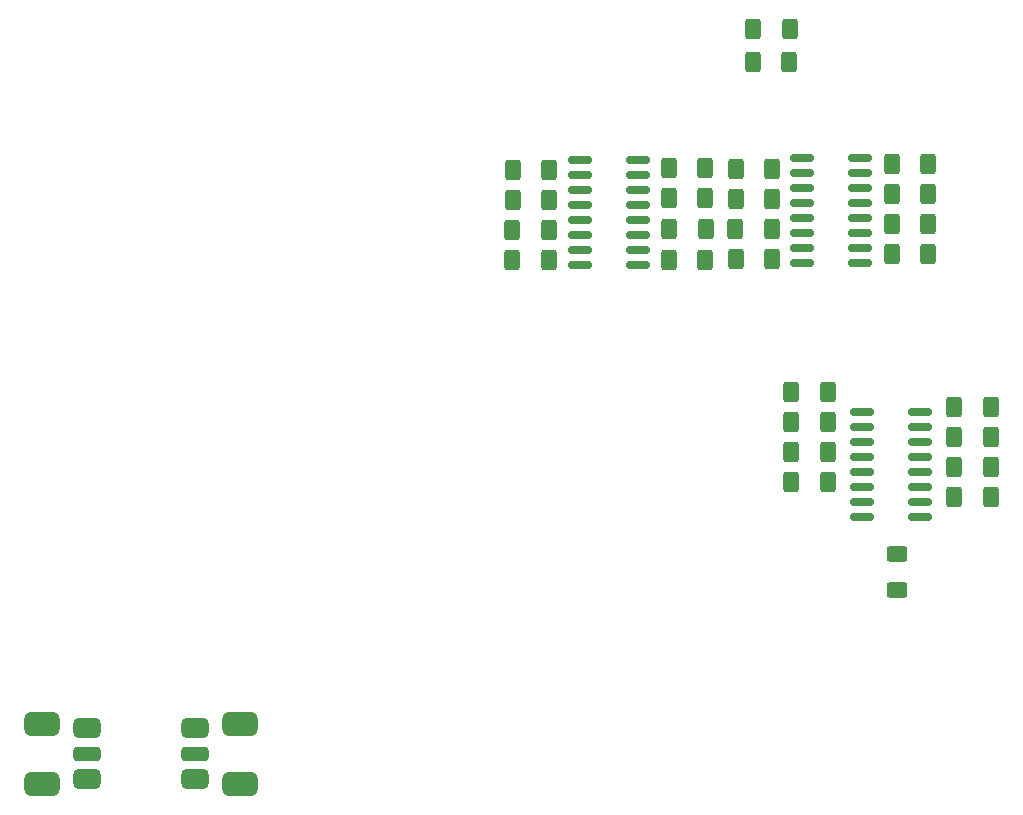
<source format=gtp>
%TF.GenerationSoftware,KiCad,Pcbnew,6.0.11+dfsg-1~bpo11+1*%
%TF.CreationDate,2025-04-08T22:30:35+02:00*%
%TF.ProjectId,v4d2_pico,76346432-5f70-4696-936f-2e6b69636164,rev?*%
%TF.SameCoordinates,Original*%
%TF.FileFunction,Paste,Top*%
%TF.FilePolarity,Positive*%
%FSLAX46Y46*%
G04 Gerber Fmt 4.6, Leading zero omitted, Abs format (unit mm)*
G04 Created by KiCad (PCBNEW 6.0.11+dfsg-1~bpo11+1) date 2025-04-08 22:30:35*
%MOMM*%
%LPD*%
G01*
G04 APERTURE LIST*
G04 Aperture macros list*
%AMRoundRect*
0 Rectangle with rounded corners*
0 $1 Rounding radius*
0 $2 $3 $4 $5 $6 $7 $8 $9 X,Y pos of 4 corners*
0 Add a 4 corners polygon primitive as box body*
4,1,4,$2,$3,$4,$5,$6,$7,$8,$9,$2,$3,0*
0 Add four circle primitives for the rounded corners*
1,1,$1+$1,$2,$3*
1,1,$1+$1,$4,$5*
1,1,$1+$1,$6,$7*
1,1,$1+$1,$8,$9*
0 Add four rect primitives between the rounded corners*
20,1,$1+$1,$2,$3,$4,$5,0*
20,1,$1+$1,$4,$5,$6,$7,0*
20,1,$1+$1,$6,$7,$8,$9,0*
20,1,$1+$1,$8,$9,$2,$3,0*%
G04 Aperture macros list end*
%ADD10RoundRect,0.150000X-0.825000X-0.150000X0.825000X-0.150000X0.825000X0.150000X-0.825000X0.150000X0*%
%ADD11RoundRect,0.150000X0.825000X0.150000X-0.825000X0.150000X-0.825000X-0.150000X0.825000X-0.150000X0*%
%ADD12RoundRect,0.250000X-0.400000X-0.625000X0.400000X-0.625000X0.400000X0.625000X-0.400000X0.625000X0*%
%ADD13RoundRect,0.250000X0.400000X0.625000X-0.400000X0.625000X-0.400000X-0.625000X0.400000X-0.625000X0*%
%ADD14RoundRect,0.500000X-1.000000X-0.500000X1.000000X-0.500000X1.000000X0.500000X-1.000000X0.500000X0*%
%ADD15RoundRect,0.425000X-0.725000X-0.425000X0.725000X-0.425000X0.725000X0.425000X-0.725000X0.425000X0*%
%ADD16RoundRect,0.300000X-0.850000X-0.300000X0.850000X-0.300000X0.850000X0.300000X-0.850000X0.300000X0*%
%ADD17RoundRect,0.250000X-0.625000X0.400000X-0.625000X-0.400000X0.625000X-0.400000X0.625000X0.400000X0*%
G04 APERTURE END LIST*
D10*
X238190000Y-41910000D03*
X238190000Y-43180000D03*
X238190000Y-44450000D03*
X238190000Y-45720000D03*
X238190000Y-46990000D03*
X238190000Y-48260000D03*
X238190000Y-49530000D03*
X238190000Y-50800000D03*
X243140000Y-50800000D03*
X243140000Y-49530000D03*
X243140000Y-48260000D03*
X243140000Y-46990000D03*
X243140000Y-45720000D03*
X243140000Y-44450000D03*
X243140000Y-43180000D03*
X243140000Y-41910000D03*
X219394000Y-42037000D03*
X219394000Y-43307000D03*
X219394000Y-44577000D03*
X219394000Y-45847000D03*
X219394000Y-47117000D03*
X219394000Y-48387000D03*
X219394000Y-49657000D03*
X219394000Y-50927000D03*
X224344000Y-50927000D03*
X224344000Y-49657000D03*
X224344000Y-48387000D03*
X224344000Y-47117000D03*
X224344000Y-45847000D03*
X224344000Y-44577000D03*
X224344000Y-43307000D03*
X224344000Y-42037000D03*
D11*
X248220000Y-72317000D03*
X248220000Y-71047000D03*
X248220000Y-69777000D03*
X248220000Y-68507000D03*
X248220000Y-67237000D03*
X248220000Y-65967000D03*
X248220000Y-64697000D03*
X248220000Y-63427000D03*
X243270000Y-63427000D03*
X243270000Y-64697000D03*
X243270000Y-65967000D03*
X243270000Y-67237000D03*
X243270000Y-68507000D03*
X243270000Y-69777000D03*
X243270000Y-71047000D03*
X243270000Y-72317000D03*
D12*
X245784000Y-47498000D03*
X248884000Y-47498000D03*
X245784000Y-42418000D03*
X248884000Y-42418000D03*
D13*
X235676000Y-45339000D03*
X232576000Y-45339000D03*
X235702000Y-50419000D03*
X232602000Y-50419000D03*
D12*
X226949000Y-47934000D03*
X230049000Y-47934000D03*
X226923000Y-42710000D03*
X230023000Y-42710000D03*
D13*
X216815000Y-45466000D03*
X213715000Y-45466000D03*
X216789000Y-50546000D03*
X213689000Y-50546000D03*
X240411000Y-64262000D03*
X237311000Y-64262000D03*
X240411000Y-69342000D03*
X237311000Y-69342000D03*
D12*
X251079000Y-68072000D03*
X254179000Y-68072000D03*
X251079000Y-62992000D03*
X254179000Y-62992000D03*
X245784000Y-50038000D03*
X248884000Y-50038000D03*
X245784000Y-44958000D03*
X248884000Y-44958000D03*
D13*
X235676000Y-42799000D03*
X232576000Y-42799000D03*
X235650000Y-47879000D03*
X232550000Y-47879000D03*
D12*
X226923000Y-50546000D03*
X230023000Y-50546000D03*
X226923000Y-45322000D03*
X230023000Y-45322000D03*
D13*
X216815000Y-42926000D03*
X213715000Y-42926000D03*
X216789000Y-48006000D03*
X213689000Y-48006000D03*
X240411000Y-61722000D03*
X237311000Y-61722000D03*
X240411000Y-66802000D03*
X237311000Y-66802000D03*
D12*
X251079000Y-70612000D03*
X254179000Y-70612000D03*
X251079000Y-65532000D03*
X254179000Y-65532000D03*
D14*
X173863000Y-89796000D03*
X190627000Y-89796000D03*
D15*
X186817000Y-90186000D03*
X177673000Y-90186000D03*
D16*
X186817000Y-92336000D03*
D15*
X177673000Y-94486000D03*
D14*
X190627000Y-94876000D03*
D15*
X186817000Y-94486000D03*
D14*
X173863000Y-94876000D03*
D16*
X177673000Y-92336000D03*
D17*
X246253000Y-75412000D03*
X246253000Y-78512000D03*
D13*
X237155000Y-30988000D03*
X234055000Y-30988000D03*
D12*
X234035000Y-33770000D03*
X237135000Y-33770000D03*
M02*

</source>
